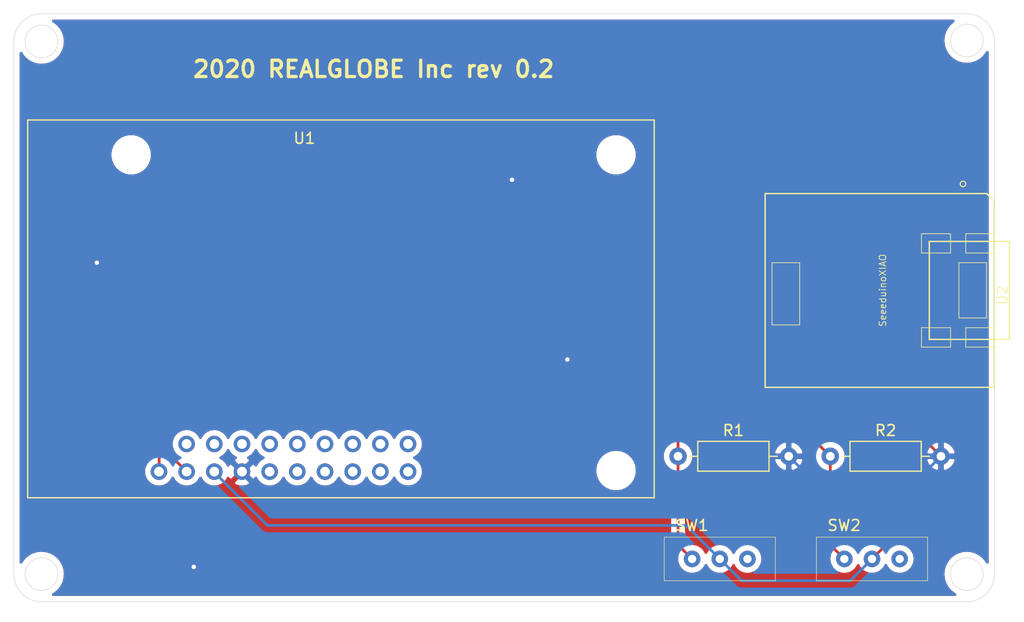
<source format=kicad_pcb>
(kicad_pcb (version 20171130) (host pcbnew "(5.1.2-1)-1")
  (layers (0 F.Cu signal) (31 B.Cu signal hide) (34 B.Paste user) (35 F.Paste user) (36 B.SilkS user) (37 F.SilkS user) (38 B.Mask user) (39 F.Mask user) (44 Edge.Cuts user))
  (net 0 "")
  (net 1 +3V3)
  (net 2 "Net-(R1-Pad1)")
  (net 3 GND)
  (net 4 "Net-(R2-Pad1)")
  (net 5 "Net-(U1-Pad19)")
  (net 6 "Net-(U1-Pad18)")
  (net 7 "Net-(U1-Pad15)")
  (net 8 "Net-(U1-Pad14)")
  (net 9 "Net-(U1-Pad13)")
  (net 10 "Net-(U1-Pad12)")
  (net 11 "Net-(U1-Pad11)")
  (net 12 "Net-(U1-Pad10)")
  (net 13 "Net-(U1-Pad9)")
  (net 14 "Net-(U1-Pad8)")
  (net 15 "Net-(U1-Pad7)")
  (net 16 "Net-(U1-Pad6)")
  (net 17 "Net-(U1-Pad5)")
  (net 18 "Net-(U1-Pad4)")
  (net 19 "Net-(U1-Pad3)")
  (net 20 "Net-(U1-Pad1)")
  (net 21 "Net-(U1-Pad2)")
  (net 22 "Net-(U2-Pad14)")
  (net 23 "Net-(U2-Pad11)")
  (net 24 "Net-(U2-Pad10)")
  (net 25 "Net-(U2-Pad9)")
  (net 26 "Net-(U2-Pad8)")
  (net 27 "Net-(U2-Pad5)")
  (net 28 "Net-(U2-Pad15)")
  (net 29 "Net-(U2-Pad16)")
  (net 30 "Net-(U2-Pad17)")
  (net 31 "Net-(U2-Pad18)")
  (net 32 "Net-(U2-Pad19)")
  (net 33 "Net-(U2-Pad20)")
  (net 34 "Net-(SW1-Pad3)")
  (net 35 "Net-(SW2-Pad3)")
  (net 36 "Net-(U2-Pad2)")
  (net 37 "Net-(U2-Pad1)")
  (module MH-Z14A:MH-Z14A (layer F.Cu) (at 1.27 44.45)
    (fp_text reference U1 (at 25.4 -33.02) (layer F.SilkS))
    (fp_text value MH-Z14A)
    (fp_line (start 57.5 -34.7) (end 57.5 0) (layer F.SilkS) (width 0.12))
    (fp_line (start 0 -34.7) (end 0 0) (layer F.SilkS) (width 0.12))
    (fp_line (start 0 -34.7) (end 57.5 -34.7) (layer F.SilkS) (width 0.12))
    (fp_line (start 0 0) (end 57.5 0) (layer F.SilkS) (width 0.12))
    (pad "" np_thru_hole circle (at 54 -2.5) (size 2.6 2.6) (drill 2.6) (layers *.Cu *.Mask))
    (pad "" np_thru_hole circle (at 54 -31.5) (size 2.6 2.6) (drill 2.6) (layers *.Cu *.Mask))
    (pad "" np_thru_hole circle (at 9.5 -31.5) (size 2.6 2.6) (drill 2.6) (layers *.Cu *.Mask))
    (pad 2 thru_hole circle (at 22.21 -4.94) (size 1.524 1.524) (drill 0.9) (layers *.Cu *.Mask) (net 21 "Net-(U1-Pad2)"))
    (pad 1 thru_hole circle (at 22.21 -2.4) (size 1.524 1.524) (drill 0.9) (layers *.Cu *.Mask) (net 20 "Net-(U1-Pad1)"))
    (pad 3 thru_hole circle (at 24.75 -2.4) (size 1.524 1.524) (drill 0.9) (layers *.Cu *.Mask) (net 19 "Net-(U1-Pad3)"))
    (pad 4 thru_hole circle (at 24.75 -4.94) (size 1.524 1.524) (drill 0.9) (layers *.Cu *.Mask) (net 18 "Net-(U1-Pad4)"))
    (pad 5 thru_hole circle (at 27.29 -2.4) (size 1.524 1.524) (drill 0.9) (layers *.Cu *.Mask) (net 17 "Net-(U1-Pad5)"))
    (pad 6 thru_hole circle (at 27.29 -4.94) (size 1.524 1.524) (drill 0.9) (layers *.Cu *.Mask) (net 16 "Net-(U1-Pad6)"))
    (pad 7 thru_hole circle (at 29.83 -2.4) (size 1.524 1.524) (drill 0.9) (layers *.Cu *.Mask) (net 15 "Net-(U1-Pad7)"))
    (pad 8 thru_hole circle (at 29.83 -4.94) (size 1.524 1.524) (drill 0.9) (layers *.Cu *.Mask) (net 14 "Net-(U1-Pad8)"))
    (pad 9 thru_hole circle (at 32.37 -2.4) (size 1.524 1.524) (drill 0.9) (layers *.Cu *.Mask) (net 13 "Net-(U1-Pad9)"))
    (pad 10 thru_hole circle (at 32.37 -4.94) (size 1.524 1.524) (drill 0.9) (layers *.Cu *.Mask) (net 12 "Net-(U1-Pad10)"))
    (pad 11 thru_hole circle (at 34.91 -2.4) (size 1.524 1.524) (drill 0.9) (layers *.Cu *.Mask) (net 11 "Net-(U1-Pad11)"))
    (pad 12 thru_hole circle (at 34.91 -4.94) (size 1.524 1.524) (drill 0.9) (layers *.Cu *.Mask) (net 10 "Net-(U1-Pad12)"))
    (pad 13 thru_hole circle (at 14.59 -4.94) (size 1.524 1.524) (drill 0.9) (layers *.Cu *.Mask) (net 9 "Net-(U1-Pad13)"))
    (pad 14 thru_hole circle (at 17.13 -4.94) (size 1.524 1.524) (drill 0.9) (layers *.Cu *.Mask) (net 8 "Net-(U1-Pad14)"))
    (pad 15 thru_hole circle (at 19.67 -4.94) (size 1.524 1.524) (drill 0.9) (layers *.Cu *.Mask) (net 7 "Net-(U1-Pad15)"))
    (pad 16 thru_hole circle (at 19.67 -2.4) (size 1.524 1.524) (drill 0.9) (layers *.Cu *.Mask) (net 3 GND))
    (pad 17 thru_hole circle (at 17.13 -2.4) (size 1.524 1.524) (drill 0.9) (layers *.Cu *.Mask) (net 1 +3V3))
    (pad 18 thru_hole circle (at 14.59 -2.4) (size 1.524 1.524) (drill 0.9) (layers *.Cu *.Mask) (net 6 "Net-(U1-Pad18)"))
    (pad 19 thru_hole circle (at 12.05 -2.4) (size 1.524 1.524) (drill 0.9) (layers *.Cu *.Mask) (net 5 "Net-(U1-Pad19)"))
  )
  (module Resistor_THT:R_Axial_DIN0207_L6.3mm_D2.5mm_P10.16mm_Horizontal (layer F.Cu) (at 60.96 40.64)
    (fp_text reference R1 (at 5.08 -2.37) (layer F.SilkS))
    (fp_text value R)
    (fp_line (start 1.81 -1.37) (end 1.81 1.37) (layer F.SilkS) (width 0.12))
    (fp_line (start 1.81 1.37) (end 8.35 1.37) (layer F.SilkS) (width 0.12))
    (fp_line (start 8.35 1.37) (end 8.35 -1.37) (layer F.SilkS) (width 0.12))
    (fp_line (start 8.35 -1.37) (end 1.81 -1.37) (layer F.SilkS) (width 0.12))
    (fp_line (start 1.04 0) (end 1.81 0) (layer F.SilkS) (width 0.12))
    (fp_line (start 9.12 0) (end 8.35 0) (layer F.SilkS) (width 0.12))
    (pad 1 thru_hole circle (at 0 0) (size 1.6 1.6) (drill 0.8) (layers *.Cu *.Mask) (net 2 "Net-(R1-Pad1)"))
    (pad 2 thru_hole oval (at 10.16 0) (size 1.6 1.6) (drill 0.8) (layers *.Cu *.Mask) (net 3 GND))
  )
  (module Resistor_THT:R_Axial_DIN0207_L6.3mm_D2.5mm_P10.16mm_Horizontal (layer F.Cu) (at 74.93 40.64)
    (fp_text reference R2 (at 5.08 -2.37) (layer F.SilkS))
    (fp_text value R)
    (fp_line (start 9.12 0) (end 8.35 0) (layer F.SilkS) (width 0.12))
    (fp_line (start 1.04 0) (end 1.81 0) (layer F.SilkS) (width 0.12))
    (fp_line (start 8.35 -1.37) (end 1.81 -1.37) (layer F.SilkS) (width 0.12))
    (fp_line (start 8.35 1.37) (end 8.35 -1.37) (layer F.SilkS) (width 0.12))
    (fp_line (start 1.81 1.37) (end 8.35 1.37) (layer F.SilkS) (width 0.12))
    (fp_line (start 1.81 -1.37) (end 1.81 1.37) (layer F.SilkS) (width 0.12))
    (pad 2 thru_hole oval (at 10.16 0) (size 1.6 1.6) (drill 0.8) (layers *.Cu *.Mask) (net 3 GND))
    (pad 1 thru_hole circle (at 0 0) (size 1.6 1.6) (drill 0.8) (layers *.Cu *.Mask) (net 4 "Net-(R2-Pad1)"))
  )
  (module Mylib:SW_SLIDE_sengoku (layer F.Cu) (at 59.69 52.07)
    (fp_text reference SW1 (at 2.54 -5.08) (layer F.SilkS))
    (fp_text value SW_SPDT)
    (fp_line (start 10.2 0) (end 0 0) (layer F.SilkS) (width 0.05))
    (fp_line (start 10.2 -4) (end 0 -4) (layer F.SilkS) (width 0.05))
    (fp_line (start 10.2 -4) (end 10.2 0) (layer F.SilkS) (width 0.05))
    (fp_line (start 0 -4) (end 0 0) (layer F.SilkS) (width 0.05))
    (pad 3 thru_hole circle (at 7.64 -2) (size 1.524 1.524) (drill 0.762) (layers *.Cu *.Mask) (net 34 "Net-(SW1-Pad3)"))
    (pad 2 thru_hole circle (at 5.1 -2) (size 1.524 1.524) (drill 0.762) (layers *.Cu *.Mask) (net 1 +3V3))
    (pad 1 thru_hole circle (at 2.56 -2) (size 1.524 1.524) (drill 0.762) (layers *.Cu *.Mask) (net 2 "Net-(R1-Pad1)"))
  )
  (module Mylib:SW_SLIDE_sengoku (layer F.Cu) (at 73.66 52.07)
    (fp_text reference SW2 (at 2.54 -5.08) (layer F.SilkS))
    (fp_text value SW_SPDT)
    (fp_line (start 0 -4) (end 0 0) (layer F.SilkS) (width 0.05))
    (fp_line (start 10.2 -4) (end 10.2 0) (layer F.SilkS) (width 0.05))
    (fp_line (start 10.2 -4) (end 0 -4) (layer F.SilkS) (width 0.05))
    (fp_line (start 10.2 0) (end 0 0) (layer F.SilkS) (width 0.05))
    (pad 1 thru_hole circle (at 2.56 -2) (size 1.524 1.524) (drill 0.762) (layers *.Cu *.Mask) (net 4 "Net-(R2-Pad1)"))
    (pad 2 thru_hole circle (at 5.1 -2) (size 1.524 1.524) (drill 0.762) (layers *.Cu *.Mask) (net 1 +3V3))
    (pad 3 thru_hole circle (at 7.64 -2) (size 1.524 1.524) (drill 0.762) (layers *.Cu *.Mask) (net 35 "Net-(SW2-Pad3)"))
  )
  (module "Seeeduino XIAO:Seeeduino XIAO-MOUDLE14P-2.54-21X17.8MM" (layer F.Cu) (at 68.95 16.51 270)
    (fp_text reference U2 (at 9.3345 -21.7805 90) (layer F.SilkS) (effects (font (size 0.889 0.889) (thickness 0.1016))))
    (fp_text value SeeeduinoXIAO (at 8.89 -10.795 90) (layer F.SilkS) (effects (font (size 0.6096 0.6096) (thickness 0.0762))))
    (fp_circle (center -0.889 -18.161) (end -0.889 -18.415) (layer F.SilkS) (width 0.1))
    (fp_line (start 4.3942 -15.06982) (end 4.3942 -22.42312) (layer F.SilkS) (width 0.127))
    (fp_line (start 13.39342 -15.06982) (end 4.3942 -15.06982) (layer F.SilkS) (width 0.127))
    (fp_line (start 13.39342 -22.42312) (end 13.39342 -15.06982) (layer F.SilkS) (width 0.127))
    (fp_line (start 4.39928 -22.42312) (end 13.39342 -22.42312) (layer F.SilkS) (width 0.127))
    (fp_line (start 0 -20.32762) (end 0 0) (layer F.SilkS) (width 0.127))
    (fp_line (start 0.67056 -20.99818) (end 0 -20.32762) (layer F.SilkS) (width 0.127))
    (fp_line (start 17.79778 -20.99818) (end 0.67056 -20.99818) (layer F.SilkS) (width 0.127))
    (fp_line (start 17.79778 0) (end 17.79778 -20.99818) (layer F.SilkS) (width 0.127))
    (fp_line (start 0 0) (end 17.79778 0) (layer F.SilkS) (width 0.127))
    (fp_line (start 12.319 -18.415) (end 12.319 -21.082) (layer F.SilkS) (width 0.06604))
    (fp_line (start 12.319 -21.082) (end 14.097 -21.082) (layer F.SilkS) (width 0.06604))
    (fp_line (start 14.097 -18.415) (end 14.097 -21.082) (layer F.SilkS) (width 0.06604))
    (fp_line (start 12.319 -18.415) (end 14.097 -18.415) (layer F.SilkS) (width 0.06604))
    (fp_line (start 12.319 -14.34846) (end 12.319 -17.018) (layer F.SilkS) (width 0.06604))
    (fp_line (start 12.319 -17.018) (end 14.097 -17.018) (layer F.SilkS) (width 0.06604))
    (fp_line (start 14.097 -14.34846) (end 14.097 -17.018) (layer F.SilkS) (width 0.06604))
    (fp_line (start 12.319 -14.34846) (end 14.097 -14.34846) (layer F.SilkS) (width 0.06604))
    (fp_line (start 3.683 -14.34846) (end 3.683 -17.018) (layer F.SilkS) (width 0.06604))
    (fp_line (start 3.683 -17.018) (end 5.461 -17.018) (layer F.SilkS) (width 0.06604))
    (fp_line (start 5.461 -14.34846) (end 5.461 -17.018) (layer F.SilkS) (width 0.06604))
    (fp_line (start 3.683 -14.34846) (end 5.461 -14.34846) (layer F.SilkS) (width 0.06604))
    (fp_line (start 3.683 -18.415) (end 3.683 -21.082) (layer F.SilkS) (width 0.06604))
    (fp_line (start 3.683 -21.082) (end 5.461 -21.082) (layer F.SilkS) (width 0.06604))
    (fp_line (start 5.461 -18.415) (end 5.461 -21.082) (layer F.SilkS) (width 0.06604))
    (fp_line (start 3.683 -18.415) (end 5.461 -18.415) (layer F.SilkS) (width 0.06604))
    (fp_line (start 6.35 -0.635) (end 6.35 -3.175) (layer F.SilkS) (width 0.06604))
    (fp_line (start 6.35 -3.175) (end 12.065 -3.175) (layer F.SilkS) (width 0.06604))
    (fp_line (start 12.065 -0.635) (end 12.065 -3.175) (layer F.SilkS) (width 0.06604))
    (fp_line (start 6.35 -0.635) (end 12.065 -0.635) (layer F.SilkS) (width 0.06604))
    (fp_line (start 6.35 -17.78) (end 6.35 -20.32) (layer F.SilkS) (width 0.06604))
    (fp_line (start 6.35 -20.32) (end 11.43 -20.32) (layer F.SilkS) (width 0.06604))
    (fp_line (start 11.43 -17.78) (end 11.43 -20.32) (layer F.SilkS) (width 0.06604))
    (fp_line (start 6.35 -17.78) (end 11.43 -17.78) (layer F.SilkS) (width 0.06604))
    (pad 14 smd oval (at 16.99768 -18.11782 270) (size 2.74828 1.99898) (layers F.Cu F.Paste F.Mask) (net 22 "Net-(U2-Pad14)"))
    (pad 13 smd oval (at 16.99768 -15.57782 270) (size 2.74828 1.99898) (layers F.Cu F.Paste F.Mask) (net 3 GND))
    (pad 12 smd oval (at 16.99768 -13.03782 270) (size 2.74828 1.99898) (layers F.Cu F.Paste F.Mask) (net 1 +3V3))
    (pad 11 smd oval (at 16.99768 -10.49782 270) (size 2.74828 1.99898) (layers F.Cu F.Paste F.Mask) (net 23 "Net-(U2-Pad11)"))
    (pad 10 smd oval (at 16.99768 -7.95782 270) (size 2.74828 1.99898) (layers F.Cu F.Paste F.Mask) (net 24 "Net-(U2-Pad10)"))
    (pad 9 smd oval (at 16.99768 -5.41782 270) (size 2.74828 1.99898) (layers F.Cu F.Paste F.Mask) (net 25 "Net-(U2-Pad9)"))
    (pad 8 smd oval (at 16.99768 -2.87782 270) (size 2.74828 1.99898) (layers F.Cu F.Paste F.Mask) (net 26 "Net-(U2-Pad8)"))
    (pad 7 smd oval (at 0.83312 -2.87782 270) (size 2.74828 1.99898) (layers F.Cu F.Paste F.Mask) (net 5 "Net-(U1-Pad19)"))
    (pad 6 smd oval (at 0.83312 -5.41782 270) (size 2.74828 1.99898) (layers F.Cu F.Paste F.Mask) (net 6 "Net-(U1-Pad18)"))
    (pad 5 smd oval (at 0.83312 -7.95782 270) (size 2.74828 1.99898) (layers F.Cu F.Paste F.Mask) (net 27 "Net-(U2-Pad5)"))
    (pad 4 smd oval (at 0.83312 -10.49782 270) (size 2.74828 1.99898) (layers F.Cu F.Paste F.Mask) (net 2 "Net-(R1-Pad1)"))
    (pad 3 smd oval (at 0.83312 -13.03782 270) (size 2.74828 1.99898) (layers F.Cu F.Paste F.Mask) (net 4 "Net-(R2-Pad1)"))
    (pad 2 smd oval (at 0.83312 -15.57782 270) (size 2.74828 1.99898) (layers F.Cu F.Paste F.Mask) (net 36 "Net-(U2-Pad2)"))
    (pad 1 smd oval (at 0.83312 -18.11782 270) (size 2.74828 1.99898) (layers F.Cu F.Paste F.Mask) (net 37 "Net-(U2-Pad1)"))
    (pad 15 smd oval (at 7.7 -1.8) (size 2.032 1.016) (layers F.Cu F.Paste F.Mask) (net 28 "Net-(U2-Pad15)"))
    (pad 16 smd oval (at 10.25 -1.8) (size 2.032 1.016) (layers F.Cu F.Paste F.Mask) (net 29 "Net-(U2-Pad16)"))
    (pad 17 smd circle (at 7.698803 -18.804187) (size 1.143 1.143) (layers F.Cu F.Paste F.Mask) (net 30 "Net-(U2-Pad17)"))
    (pad 18 smd circle (at 10.238803 -18.804187) (size 1.143 1.143) (layers F.Cu F.Paste F.Mask) (net 31 "Net-(U2-Pad18)"))
    (pad 19 smd circle (at 7.698803 -16.264187) (size 1.143 1.143) (layers F.Cu F.Paste F.Mask) (net 32 "Net-(U2-Pad19)"))
    (pad 20 smd circle (at 10.238803 -16.264187) (size 1.143 1.143) (layers F.Cu F.Paste F.Mask) (net 33 "Net-(U2-Pad20)"))
  )
  (gr_arc (start 87.46 2.54) (end 87.46 0) (angle 90) (layer Edge.Cuts) (width 0.05))
  (gr_arc (start 87.46 51.46) (end 90 51.46) (angle 90) (layer Edge.Cuts) (width 0.05))
  (gr_arc (start 2.54 51.46) (end 0 51.46) (angle -90) (layer Edge.Cuts) (width 0.05))
  (gr_circle (center 2.54 2.54) (end 4.04 2.54) (layer Edge.Cuts) (width 0.05))
  (gr_arc (start 2.54 2.54) (end 2.54 0) (angle -90) (layer Edge.Cuts) (width 0.05))
  (gr_text "2020 REALGLOBE Inc rev 0.2" (at 33.02 5.08) (layer F.SilkS) (effects (font (size 1.5 1.5) (thickness 0.3))))
  (gr_circle (center 2.54 51.46) (end 4.04 51.46) (layer Edge.Cuts) (width 0.05))
  (gr_circle (center 87.46 2.45) (end 88.96 2.45) (layer Edge.Cuts) (width 0.05))
  (gr_circle (center 87.46 51.46) (end 88.96 51.46) (layer Edge.Cuts) (width 0.05))
  (gr_line (start 2.54 54) (end 87.46 54) (layer Edge.Cuts) (width 0.05))
  (gr_line (start 90 2.54) (end 90 51.46) (layer Edge.Cuts) (width 0.05))
  (gr_line (start 0 2.54) (end 0 51.46) (layer Edge.Cuts) (width 0.05))
  (gr_line (start 2.54 0) (end 87.46 0) (layer Edge.Cuts) (width 0.05))
  (segment (start 81.61782 47.21218) (end 78.76 50.07) (width 0.25) (layer F.Cu) (net 1))
  (segment (start 83.609195 29.892165) (end 81.61782 31.88354) (width 0.25) (layer F.Cu) (net 1))
  (segment (start 83.609195 22.67952) (end 83.609195 29.892165) (width 0.25) (layer F.Cu) (net 1))
  (segment (start 61.71 46.99) (end 64.79 50.07) (width 0.25) (layer B.Cu) (net 1))
  (segment (start 23.28 46.99) (end 61.71 46.99) (width 0.25) (layer B.Cu) (net 1))
  (segment (start 18.42 42.13) (end 23.28 46.99) (width 0.25) (layer B.Cu) (net 1))
  (segment (start 64.79 50.07) (end 66.79 52.07) (width 0.25) (layer B.Cu) (net 1))
  (segment (start 76.76 52.07) (end 78.76 50.07) (width 0.25) (layer B.Cu) (net 1))
  (segment (start 66.79 52.07) (end 76.76 52.07) (width 0.25) (layer B.Cu) (net 1))
  (segment (start 81.61782 33.13768) (end 81.98782 33.50768) (width 0.25) (layer F.Cu) (net 1))
  (segment (start 81.61782 32.08782) (end 81.61782 33.13768) (width 0.25) (layer F.Cu) (net 1))
  (segment (start 81.61782 31.88354) (end 81.61782 32.08782) (width 0.25) (layer F.Cu) (net 1))
  (segment (start 81.61782 32.08782) (end 81.61782 47.21218) (width 0.25) (layer F.Cu) (net 1))
  (segment (start 79.07782 17.34312) (end 79.07782 17.44218) (width 0.25) (layer F.Cu) (net 2))
  (segment (start 79.44782 17.71777) (end 79.44782 17.34312) (width 0.25) (layer F.Cu) (net 2))
  (segment (start 75.57559 21.59) (end 79.44782 17.71777) (width 0.25) (layer F.Cu) (net 2))
  (segment (start 69.85 21.59) (end 75.57559 21.59) (width 0.25) (layer F.Cu) (net 2))
  (segment (start 60.96 30.48) (end 69.85 21.59) (width 0.25) (layer F.Cu) (net 2))
  (segment (start 60.96 40.64) (end 60.96 30.48) (width 0.25) (layer F.Cu) (net 2))
  (segment (start 60.96 48.78) (end 62.25 50.07) (width 0.25) (layer F.Cu) (net 2))
  (segment (start 60.96 40.64) (end 60.96 48.78) (width 0.25) (layer F.Cu) (net 2))
  (via (at 7.62 22.86) (size 0.8) (drill 0.4) (layers F.Cu B.Cu) (net 3))
  (via (at 45.72 15.24) (size 0.8) (drill 0.4) (layers F.Cu B.Cu) (net 3))
  (via (at 50.8 31.75) (size 0.8) (drill 0.4) (layers F.Cu B.Cu) (net 3))
  (via (at 16.51 50.8) (size 0.8) (drill 0.4) (layers F.Cu B.Cu) (net 3))
  (segment (start 84.15782 39.70782) (end 85.09 40.64) (width 0.25) (layer F.Cu) (net 3))
  (segment (start 84.15782 33.50768) (end 84.15782 39.70782) (width 0.25) (layer F.Cu) (net 3))
  (segment (start 82.55 43.18) (end 84.290001 41.439999) (width 0.25) (layer B.Cu) (net 3))
  (segment (start 73.66 43.18) (end 82.55 43.18) (width 0.25) (layer B.Cu) (net 3))
  (segment (start 84.290001 41.439999) (end 85.09 40.64) (width 0.25) (layer B.Cu) (net 3))
  (segment (start 71.12 40.64) (end 73.66 43.18) (width 0.25) (layer B.Cu) (net 3))
  (segment (start 20.96 42.13) (end 24.55 45.72) (width 0.25) (layer B.Cu) (net 3))
  (segment (start 24.55 45.72) (end 58.42 45.72) (width 0.25) (layer B.Cu) (net 3))
  (segment (start 58.42 45.72) (end 60.96 43.18) (width 0.25) (layer B.Cu) (net 3))
  (segment (start 60.96 43.18) (end 69.85 43.18) (width 0.25) (layer B.Cu) (net 3))
  (segment (start 69.85 43.18) (end 71.12 41.91) (width 0.25) (layer B.Cu) (net 3))
  (segment (start 71.12 41.91) (end 71.12 40.64) (width 0.25) (layer B.Cu) (net 3))
  (segment (start 74.130001 39.840001) (end 74.93 40.64) (width 0.25) (layer F.Cu) (net 4))
  (segment (start 81.61782 17.71777) (end 70.13332 29.20227) (width 0.25) (layer F.Cu) (net 4))
  (segment (start 70.13332 35.84332) (end 74.130001 39.840001) (width 0.25) (layer F.Cu) (net 4))
  (segment (start 70.13332 29.20227) (end 70.13332 35.84332) (width 0.25) (layer F.Cu) (net 4))
  (segment (start 81.61782 17.34312) (end 81.61782 17.71777) (width 0.25) (layer F.Cu) (net 4))
  (segment (start 74.93 48.78) (end 76.22 50.07) (width 0.25) (layer F.Cu) (net 4))
  (segment (start 74.93 40.64) (end 74.93 48.78) (width 0.25) (layer F.Cu) (net 4))
  (segment (start 70.20833 17.34312) (end 68.58 18.97145) (width 0.25) (layer F.Cu) (net 5))
  (segment (start 71.45782 17.34312) (end 70.20833 17.34312) (width 0.25) (layer F.Cu) (net 5))
  (segment (start 68.58 18.97145) (end 22.93855 18.97145) (width 0.25) (layer F.Cu) (net 5))
  (segment (start 13.34 28.57) (end 13.34 42.13) (width 0.25) (layer F.Cu) (net 5))
  (segment (start 22.93855 18.97145) (end 13.34 28.57) (width 0.25) (layer F.Cu) (net 5))
  (segment (start 13.97 30.48) (end 13.97 40.16) (width 0.25) (layer F.Cu) (net 6))
  (segment (start 24.13 20.32) (end 13.97 30.48) (width 0.25) (layer F.Cu) (net 6))
  (segment (start 73.99782 18.96726) (end 72.64508 20.32) (width 0.25) (layer F.Cu) (net 6))
  (segment (start 72.64508 20.32) (end 24.13 20.32) (width 0.25) (layer F.Cu) (net 6))
  (segment (start 13.97 40.16) (end 15.86 42.05) (width 0.25) (layer F.Cu) (net 6))
  (segment (start 73.99782 17.34312) (end 73.99782 18.96726) (width 0.25) (layer F.Cu) (net 6))
  (zone (net 3) (net_name GND) (layer F.Cu) (connect_pads (clearance 0.508)) (min_thickness 0.254) (fill yes (arc_segments 32) (thermal_gap 0.508) (thermal_bridge_width 0.508))
    (polygon (pts (xy -1.27 -1.27) (xy -1.27 55.88) (xy 92.71 55.88) (xy 92.71 -1.27)))
  )
  (zone (net 3) (net_name GND) (layer B.Cu) (connect_pads (clearance 0.508)) (min_thickness 0.254) (fill yes (arc_segments 32) (thermal_gap 0.508) (thermal_bridge_width 0.508))
    (polygon (pts (xy 92.71 -2.54) (xy -2.54 -2.54) (xy -2.54 55.88) (xy 92.71 55.88)))
  )
)
</source>
